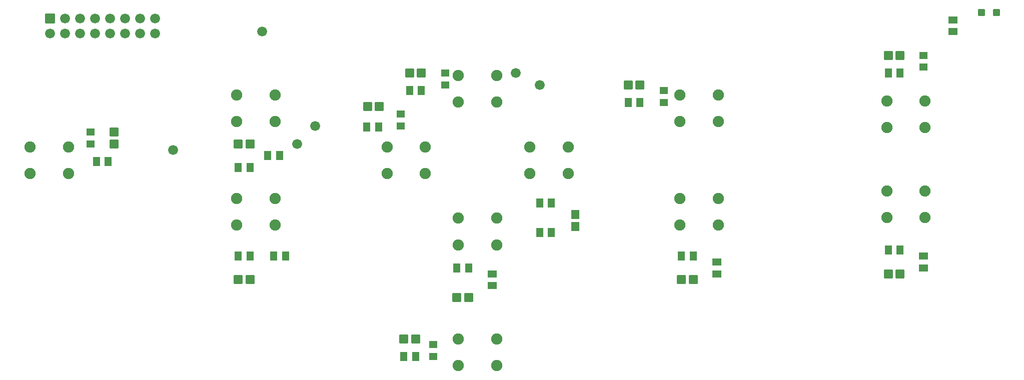
<source format=gbs>
G04 Layer: BottomSolderMaskLayer*
G04 EasyEDA v6.5.38, 2023-12-04 19:03:53*
G04 b5bff3c8101f4f8dbc120533c369a027,9f3f2715377c499da2f37e4e16011465,10*
G04 Gerber Generator version 0.2*
G04 Scale: 100 percent, Rotated: No, Reflected: No *
G04 Dimensions in millimeters *
G04 leading zeros omitted , absolute positions ,4 integer and 5 decimal *
%FSLAX45Y45*%
%MOMM*%

%AMMACRO1*1,1,$1,$2,$3*1,1,$1,$4,$5*1,1,$1,0-$2,0-$3*1,1,$1,0-$4,0-$5*20,1,$1,$2,$3,$4,$5,0*20,1,$1,$4,$5,0-$2,0-$3,0*20,1,$1,0-$2,0-$3,0-$4,0-$5,0*20,1,$1,0-$4,0-$5,$2,$3,0*4,1,4,$2,$3,$4,$5,0-$2,0-$3,0-$4,0-$5,$2,$3,0*%
%ADD10MACRO1,0.1016X-0.675X-0.705X0.675X-0.705*%
%ADD11MACRO1,0.1016X-0.675X0.705X0.675X0.705*%
%ADD12MACRO1,0.1016X0.705X-0.675X0.705X0.675*%
%ADD13MACRO1,0.1016X-0.705X-0.675X-0.705X0.675*%
%ADD14R,1.4516X1.5116*%
%ADD15C,1.6764*%
%ADD16MACRO1,0.1016X-0.7874X-0.7874X0.7874X-0.7874*%
%ADD17MACRO1,0.1016X0.5663X-0.6885X0.5663X0.6885*%
%ADD18MACRO1,0.1016X-0.5663X-0.6885X-0.5663X0.6885*%
%ADD19R,1.4786X1.2341*%
%ADD20MACRO1,0.1016X-0.6885X-0.5663X0.6885X-0.5663*%
%ADD21MACRO1,0.1016X-0.6885X0.5663X0.6885X0.5663*%
%ADD22MACRO1,0.1016X-0.5663X0.6885X-0.5663X-0.6885*%
%ADD23MACRO1,0.1016X0.5663X0.6885X0.5663X-0.6885*%
%ADD24C,1.9016*%
%ADD25MACRO1,0.1016X0.5175X-0.5163X-0.5175X-0.5163*%

%LPD*%
D10*
G01*
X3399993Y10099982D03*
D11*
G01*
X3399993Y9899977D03*
D12*
G01*
X5499986Y9899980D03*
D13*
G01*
X5699991Y9899980D03*
D12*
G01*
X5499986Y7599984D03*
D13*
G01*
X5699991Y7599984D03*
D12*
G01*
X7686621Y10528858D03*
D13*
G01*
X7886626Y10528858D03*
D14*
G01*
X11199977Y8499983D03*
G01*
X11199977Y8699982D03*
D12*
G01*
X8399980Y11099977D03*
D13*
G01*
X8599985Y11099977D03*
D12*
G01*
X9199979Y7299985D03*
D13*
G01*
X9399983Y7299985D03*
D12*
G01*
X12099973Y10899978D03*
D13*
G01*
X12299977Y10899978D03*
D12*
G01*
X12999971Y7599984D03*
D13*
G01*
X13199976Y7599984D03*
D12*
G01*
X16499964Y11399977D03*
D13*
G01*
X16699969Y11399977D03*
D12*
G01*
X16499964Y7699984D03*
D13*
G01*
X16699969Y7699984D03*
D12*
G01*
X8299980Y6599986D03*
D13*
G01*
X8499985Y6599986D03*
D15*
G01*
X4088993Y11772976D03*
G01*
X4088993Y12026976D03*
G01*
X3834993Y11772976D03*
G01*
X3834993Y12026976D03*
G01*
X3580993Y11772976D03*
G01*
X3580993Y12026976D03*
G01*
X3326993Y11772976D03*
G01*
X3326993Y12026976D03*
G01*
X3072993Y11772976D03*
G01*
X3072993Y12026976D03*
G01*
X2818993Y11772976D03*
G01*
X2818993Y12026976D03*
G01*
X2564993Y11772976D03*
G01*
X2564993Y12026976D03*
G01*
X2310993Y11772976D03*
D16*
G01*
X2310993Y12026976D03*
D17*
G01*
X3099988Y9599980D03*
D18*
G01*
X3299998Y9599980D03*
D17*
G01*
X5999982Y9699980D03*
D18*
G01*
X6199992Y9699980D03*
D17*
G01*
X6099982Y7999984D03*
D18*
G01*
X6299992Y7999984D03*
D19*
G01*
X8252757Y10205151D03*
G01*
X8252757Y10405150D03*
D17*
G01*
X10599973Y8899982D03*
D18*
G01*
X10799983Y8899982D03*
D19*
G01*
X8999981Y10899978D03*
G01*
X8999981Y11099977D03*
D20*
G01*
X9799980Y7699989D03*
D21*
G01*
X9799980Y7499979D03*
D19*
G01*
X12699974Y10599978D03*
G01*
X12699974Y10799978D03*
D20*
G01*
X13599972Y7899989D03*
D21*
G01*
X13599972Y7699979D03*
D19*
G01*
X17099965Y11199977D03*
G01*
X17099965Y11399977D03*
D20*
G01*
X17099965Y7999989D03*
D21*
G01*
X17099965Y7799979D03*
D19*
G01*
X8799982Y6299987D03*
G01*
X8799982Y6499987D03*
D20*
G01*
X17599964Y11999981D03*
D21*
G01*
X17599964Y11799971D03*
D19*
G01*
X2999993Y9899980D03*
G01*
X2999993Y10099979D03*
D22*
G01*
X5699993Y9499981D03*
D23*
G01*
X5499983Y9499981D03*
D22*
G01*
X5699993Y7999984D03*
D23*
G01*
X5499983Y7999984D03*
D22*
G01*
X7873080Y10183047D03*
D23*
G01*
X7673070Y10183047D03*
D17*
G01*
X10599973Y8399983D03*
D18*
G01*
X10799983Y8399983D03*
D22*
G01*
X8599987Y10799978D03*
D23*
G01*
X8399978Y10799978D03*
D22*
G01*
X9399986Y7799984D03*
D23*
G01*
X9199976Y7799984D03*
D22*
G01*
X12299980Y10599978D03*
D23*
G01*
X12099970Y10599978D03*
D22*
G01*
X13199978Y7999984D03*
D23*
G01*
X12999968Y7999984D03*
D22*
G01*
X16699971Y11099977D03*
D23*
G01*
X16499961Y11099977D03*
D22*
G01*
X16699971Y8099983D03*
D23*
G01*
X16499961Y8099983D03*
D22*
G01*
X8499988Y6299987D03*
D23*
G01*
X8299978Y6299987D03*
D24*
G01*
X1974875Y9850023D03*
G01*
X1974875Y9399935D03*
G01*
X2625115Y9850023D03*
G01*
X2625115Y9399935D03*
G01*
X6125108Y10274935D03*
G01*
X6125108Y10725022D03*
G01*
X5474868Y10274935D03*
G01*
X5474868Y10725022D03*
G01*
X6125108Y8524938D03*
G01*
X6125108Y8975026D03*
G01*
X5474868Y8524938D03*
G01*
X5474868Y8975026D03*
G01*
X8016364Y9850023D03*
G01*
X8016364Y9399935D03*
G01*
X8666606Y9850023D03*
G01*
X8666606Y9399935D03*
G01*
X11083597Y9399938D03*
G01*
X11083597Y9850023D03*
G01*
X10433357Y9399938D03*
G01*
X10433357Y9850023D03*
G01*
X9224860Y11058522D03*
G01*
X9224860Y10608434D03*
G01*
X9875100Y11058522D03*
G01*
X9875100Y10608434D03*
D25*
G01*
X18077976Y12124964D03*
G01*
X18331976Y12124964D03*
D24*
G01*
X9875100Y8191439D03*
G01*
X9875100Y8641527D03*
G01*
X9224860Y8191439D03*
G01*
X9224860Y8641527D03*
G01*
X12974853Y10725022D03*
G01*
X12974853Y10274935D03*
G01*
X13625093Y10725022D03*
G01*
X13625093Y10274935D03*
G01*
X13625093Y8524938D03*
G01*
X13625093Y8975026D03*
G01*
X12974853Y8524938D03*
G01*
X12974853Y8975026D03*
G01*
X16474846Y10625020D03*
G01*
X16474846Y10174932D03*
G01*
X17125086Y10625020D03*
G01*
X17125086Y10174932D03*
G01*
X17125086Y8649939D03*
G01*
X17125086Y9100027D03*
G01*
X16474846Y8649939D03*
G01*
X16474846Y9100027D03*
G01*
X9875100Y6149944D03*
G01*
X9875100Y6600032D03*
G01*
X9224860Y6149944D03*
G01*
X9224860Y6600032D03*
D15*
G01*
X4400041Y9800081D03*
G01*
X10599978Y10899978D03*
G01*
X6799986Y10199979D03*
G01*
X6499986Y9899980D03*
G01*
X10199979Y11099977D03*
G01*
X5899988Y11799976D03*
M02*

</source>
